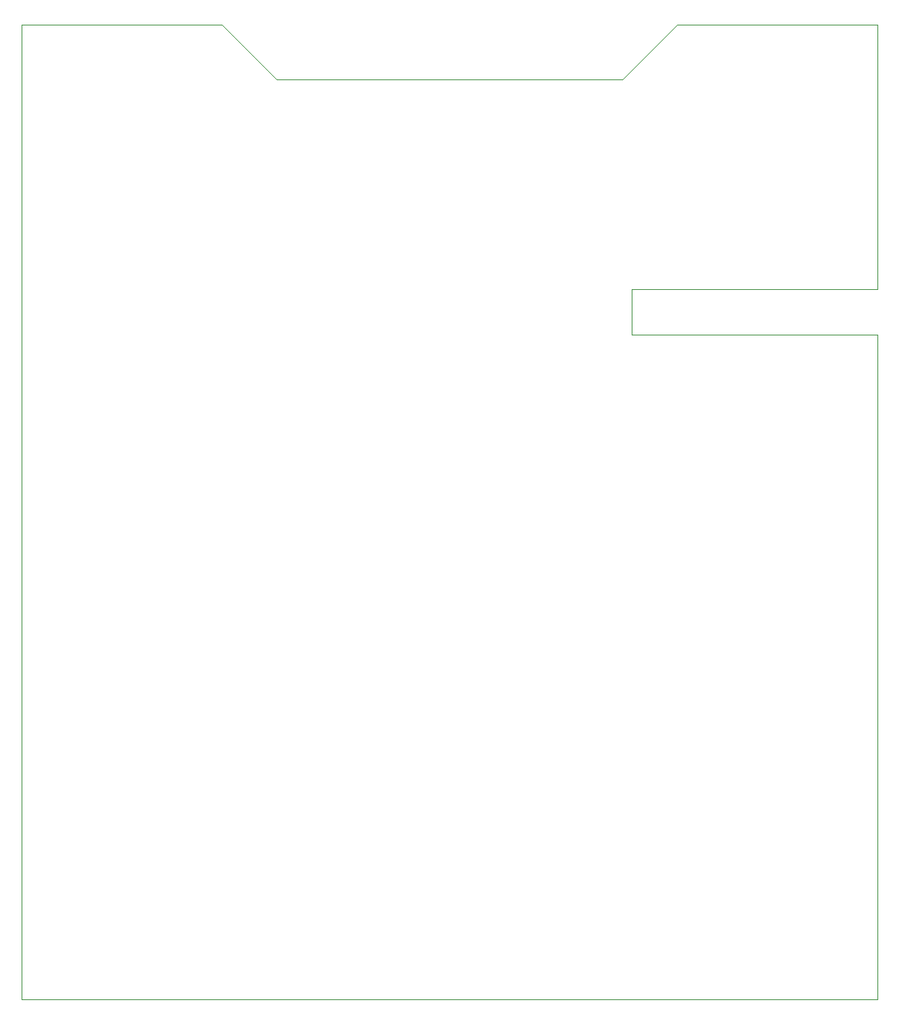
<source format=gbr>
%TF.GenerationSoftware,KiCad,Pcbnew,5.1.12-84ad8e8a86~92~ubuntu20.04.1*%
%TF.CreationDate,2021-11-13T16:17:45-05:00*%
%TF.ProjectId,joystick,6a6f7973-7469-4636-9b2e-6b696361645f,rev?*%
%TF.SameCoordinates,Original*%
%TF.FileFunction,Profile,NP*%
%FSLAX46Y46*%
G04 Gerber Fmt 4.6, Leading zero omitted, Abs format (unit mm)*
G04 Created by KiCad (PCBNEW 5.1.12-84ad8e8a86~92~ubuntu20.04.1) date 2021-11-13 16:17:45*
%MOMM*%
%LPD*%
G01*
G04 APERTURE LIST*
%TA.AperFunction,Profile*%
%ADD10C,0.100000*%
%TD*%
G04 APERTURE END LIST*
D10*
X194000000Y-77000000D02*
X194000000Y-48000000D01*
X167000000Y-82000000D02*
X194000000Y-82000000D01*
X167000000Y-77000000D02*
X167000000Y-82000000D01*
X194000000Y-77000000D02*
X167000000Y-77000000D01*
X122000000Y-48000000D02*
X128000000Y-54000000D01*
X128000000Y-54000000D02*
X166000000Y-54000000D01*
X166000000Y-54000000D02*
X172000000Y-48000000D01*
X100000000Y-48000000D02*
X122000000Y-48000000D01*
X172000000Y-48000000D02*
X194000000Y-48000000D01*
X100000000Y-48000000D02*
X100000000Y-155000000D01*
X194000000Y-155000000D02*
X194000000Y-82000000D01*
X100000000Y-155000000D02*
X194000000Y-155000000D01*
M02*

</source>
